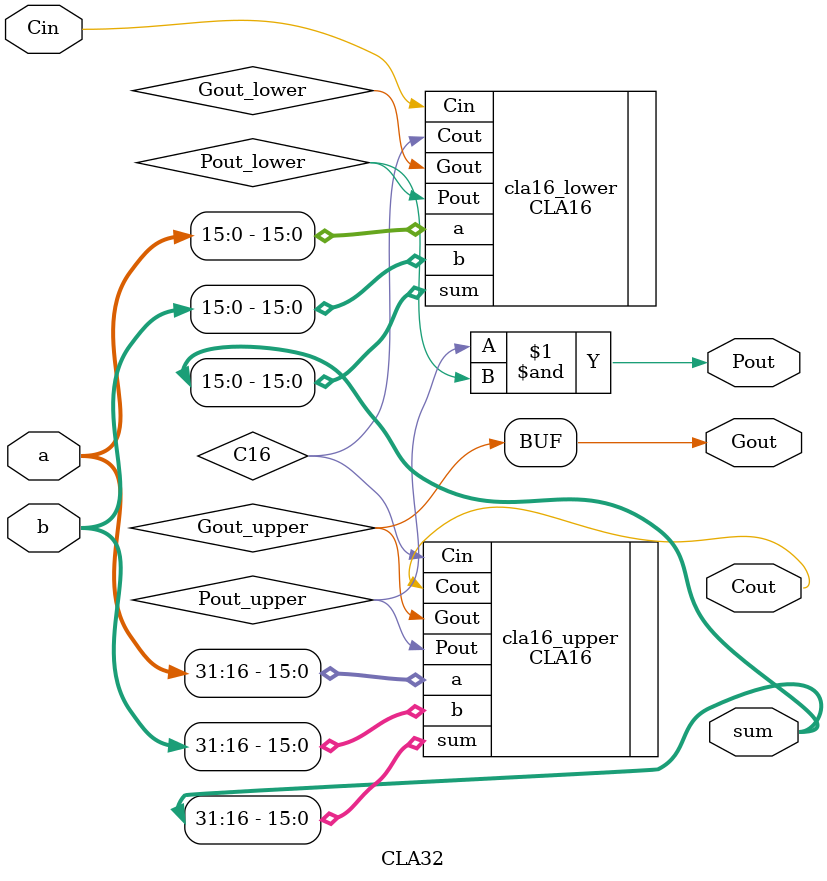
<source format=v>


`timescale 1ns / 1ps
module CLA32(
    input [31:0] a,          // 32비트 입력 a
    input [31:0] b,          // 32비트 입력 b
    input Cin,               // Carry 입력
    output [31:0] sum,         // 32비트 합 출력
    output Cout,             // 최종 Carry 출력
    output Gout,             // 전체 Generate 출력 
    output Pout              // 전체 Propagate 출력 
    );

    wire C16;                 // 16비트 경계 Carry 신호
    wire Gout_lower, Pout_lower; // 하위 16비트 CLA의 Gout, Pout 
    wire Gout_upper, Pout_upper; // 상위 16비트 CLA의 Gout, Pout 

    // 2개의 CLA16 인스턴스 생성 
    CLA16 cla16_lower (       // 하위 16비트 CLA 
        .a(a[15:0]),           // 입력 a의 하위 16비트 
        .b(b[15:0]),           // 입력 b의 하위 16비트 
        .Cin(Cin),            // 최하위 Carry 입력 (Cin) 
        .sum(sum[15:0]),       // 합의 하위 16비트 출력 
        .Cout(C16),           // 하위 16비트 CLA의 Carry 출력 -> C16 신호 
        .Gout(Gout_lower),     // 하위 16비트 CLA의 Gout 출력 -> Gout_lower 
        .Pout(Pout_lower)      // 하위 16비트 CLA의 Pout 출력 -> Pout_lower 
    );

    CLA16 cla16_upper (       // 상위 16비트 CLA 
        .a(a[31:16]),          // 입력 a의 상위 16비트 
        .b(b[31:16]),          // 입력 b의 상위 16비트 
        .Cin(C16),            // 이전 CLA16 의 Carry 출력을 Carry 입력으로 사용
        .sum(sum[31:16]),       // 합의 상위 16비트 출력 
        .Cout(Cout),           // 상위 16비트 CLA의 Carry 출력 -> 최종 Cout 
        .Gout(Gout_upper),     // 상위 16비트 CLA의 Gout 출력 -> Gout_upper 
        .Pout(Pout_upper)      // 상위 16비트 CLA의 Pout 출력 -> Pout_upper 
    );

    // 전체 Gout, Pout 신호 assign 
    assign Gout = Gout_upper;     // 전체 Gout 출력
    assign Pout = Pout_upper & Pout_lower; // 전체 Pout 출력

endmodule

</source>
